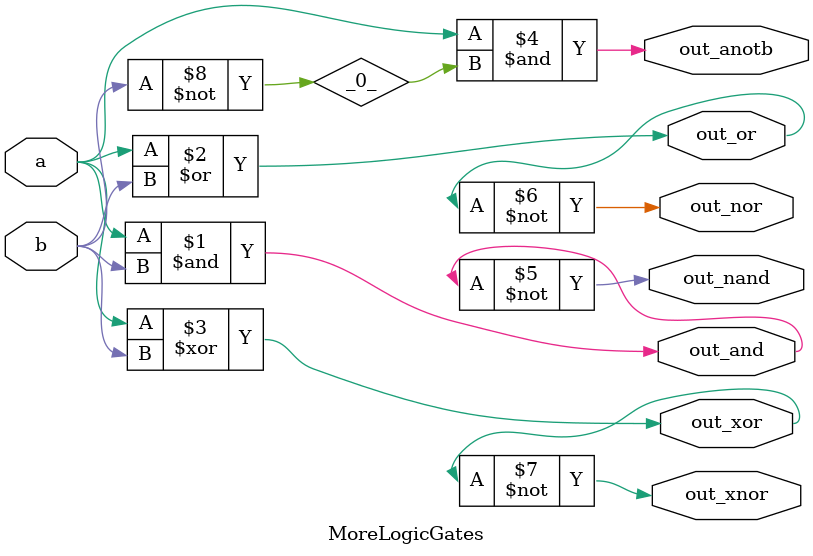
<source format=v>
/* Generated by Yosys 0.62+55 (git sha1 29a270c4b, g++ 11.5.0 -fPIC -O3) */

module MoreLogicGates(a, b, out_and, out_or, out_xor, out_nand, out_nor, out_xnor, out_anotb);
  input a;
  wire a;
  input b;
  wire b;
  output out_and;
  wire out_and;
  output out_or;
  wire out_or;
  output out_xor;
  wire out_xor;
  output out_nand;
  wire out_nand;
  output out_nor;
  wire out_nor;
  output out_xnor;
  wire out_xnor;
  output out_anotb;
  wire out_anotb;
  wire _0_;
  assign out_and = a & b;
  assign out_or = a | b;
  assign out_xor = a ^ b;
  assign out_anotb = a & _0_;
  assign out_nand = ~out_and;
  assign out_nor = ~out_or;
  assign out_xnor = ~out_xor;
  assign _0_ = ~b;
endmodule

</source>
